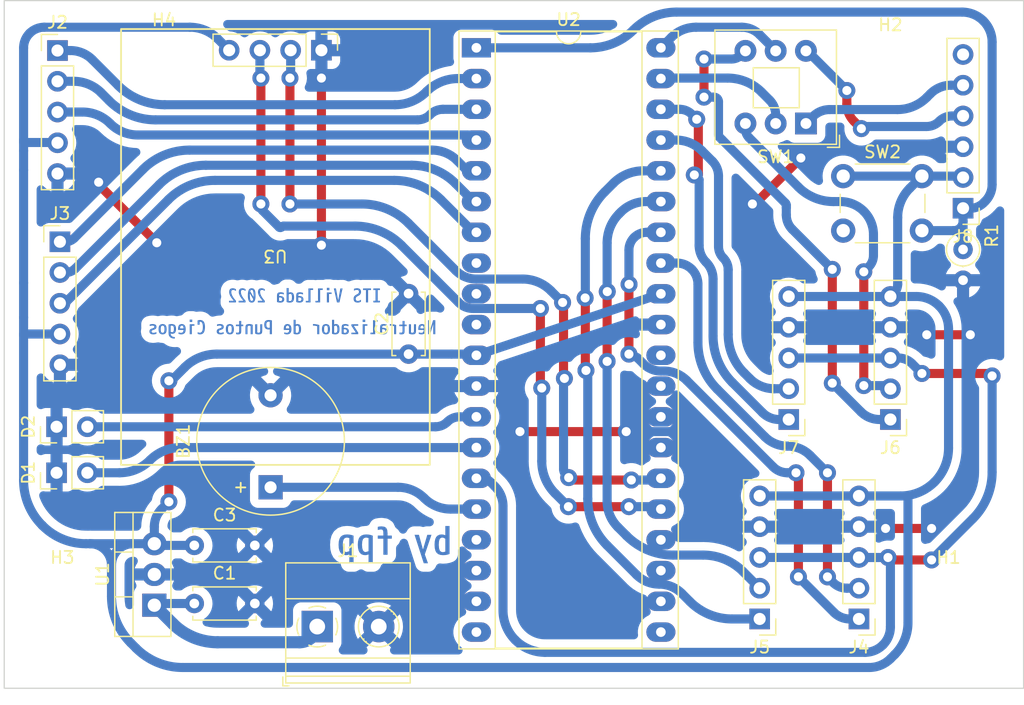
<source format=kicad_pcb>
(kicad_pcb (version 20211014) (generator pcbnew)
  (layers (0 "F.Cu" signal) (31 "B.Cu" signal) (34 "B.Paste" user) (35 "F.Paste" user) (36 "B.SilkS" user "B.Silkscreen") (37 "F.SilkS" user "F.Silkscreen") (38 "B.Mask" user) (39 "F.Mask" user) (44 "Edge.Cuts" user))
  (net 0 "")
  (net 1 "Net-(BZ1-Pad1)")
  (net 2 "GND")
  (net 3 "+12V")
  (net 4 "+5V")
  (net 5 "Net-(D1-Pad2)")
  (net 6 "Net-(D2-Pad2)")
  (net 7 "Net-(J2-Pad2)")
  (net 8 "Net-(J3-Pad3)")
  (net 9 "Net-(J4-Pad1)")
  (net 10 "Net-(J4-Pad2)")
  (net 11 "TRIG")
  (net 12 "Net-(J5-Pad1)")
  (net 13 "Net-(J5-Pad2)")
  (net 14 "Net-(J6-Pad1)")
  (net 15 "Net-(J6-Pad2)")
  (net 16 "Net-(J7-Pad1)")
  (net 17 "Net-(J7-Pad2)")
  (net 18 "Net-(J8-Pad1)")
  (net 19 "Net-(J8-Pad4)")
  (net 20 "Net-(J2-Pad1)")
  (net 21 "Net-(SW1-Pad2)")
  (net 22 "Net-(SW1-Pad5)")
  (net 25 "Net-(U2-Pad25)")
  (net 26 "Net-(U2-Pad26)")
  (net 27 "Net-(J2-Pad3)")
  (net 28 "Net-(J3-Pad1)")
  (net 29 "Net-(J3-Pad2)")
  (net 30 "Net-(SW1-Pad1)")
  (footprint "Connector_PinHeader_2.54mm:PinHeader_1x02_P2.54mm_Vertical" (layer "F.Cu") (at 20.925 54.665 90)
    (fp_text reference "D1")
    (fp_text value "LED_RI")
  )
  (footprint "aaa:uBlox-NEO-6M_Breakout" (layer "F.Cu") (at 39 36.265 180)
    (fp_text reference "U3")
    (fp_text value "uBlox_NEO-6M_Breakout")
  )
  (footprint "MountingHole:MountingHole_3.2mm_M3" (layer "F.Cu") (at 21.4 65.865)
    (fp_text reference "H3")
    (fp_text value "MountingHole")
  )
  (footprint "Connector_PinHeader_2.54mm:PinHeader_1x05_P2.54mm_Vertical" (layer "F.Cu") (at 21 19.79)
    (fp_text reference "J2")
    (fp_text value "Conn_01x05")
  )
  (footprint "Connector_PinHeader_2.54mm:PinHeader_1x05_P2.54mm_Vertical" (layer "F.Cu") (at 81.4 50.265 180)
    (fp_text reference "J7")
    (fp_text value "US_LD")
  )
  (footprint "Package_TO_SOT_THT:TO-220-3_Vertical" (layer "F.Cu") (at 29 65.605 90)
    (fp_text reference "U1")
    (fp_text value "LM7805_TO220")
  )
  (footprint "MountingHole:MountingHole_3.2mm_M3" (layer "F.Cu") (at 94.6 65.865)
    (fp_text reference "H1")
    (fp_text value "MountingHole")
  )
  (footprint "Capacitor_THT:C_Disc_D5.0mm_W2.5mm_P5.00mm" (layer "F.Cu") (at 32.3 65.465)
    (fp_text reference "C1")
    (fp_text value "330")
  )
  (footprint "Resistor_THT:R_Axial_DIN0207_L6.3mm_D2.5mm_P2.54mm_Vertical" (layer "F.Cu") (at 95.8 36.22 -90)
    (fp_text reference "R1")
    (fp_text value "10k")
  )
  (footprint "MountingHole:MountingHole_3.2mm_M3" (layer "F.Cu") (at 89.8 21.865)
    (fp_text reference "H2")
    (fp_text value "MountingHole")
  )
  (footprint "Connector_PinHeader_2.54mm:PinHeader_1x06_P2.54mm_Vertical" (layer "F.Cu") (at 95.8 32.815 180)
    (fp_text reference "J8")
    (fp_text value "ICSP")
  )
  (footprint "Button_Switch_THT:SW_Push_2P2T_Toggle_CK_PVA2OAH5xxxxxxV2" (layer "F.Cu") (at 82.8225 25.815 180)
    (fp_text reference "SW1")
    (fp_text value "PROG_MODE")
  )
  (footprint "Connector_PinHeader_2.54mm:PinHeader_1x05_P2.54mm_Vertical" (layer "F.Cu") (at 89.8 50.265 180)
    (fp_text reference "J6")
    (fp_text value "US_LI")
  )
  (footprint "Connector_PinHeader_2.54mm:PinHeader_1x05_P2.54mm_Vertical" (layer "F.Cu") (at 21.2 35.585)
    (fp_text reference "J3")
    (fp_text value "Conn_01x05")
  )
  (footprint "TerminalBlock_Phoenix:TerminalBlock_Phoenix_MKDS-1,5-2-5.08_1x02_P5.08mm_Horizontal" (layer "F.Cu") (at 42.455 67.37)
    (fp_text reference "J1")
    (fp_text value "12V_IN")
  )
  (footprint "Capacitor_THT:C_Disc_D5.0mm_W2.5mm_P5.00mm" (layer "F.Cu") (at 50 44.865 90)
    (fp_text reference "C2")
    (fp_text value "100")
  )
  (footprint "Button_Switch_THT:SW_PUSH_6mm_H7.3mm" (layer "F.Cu") (at 85.9 30.165)
    (fp_text reference "SW2")
    (fp_text value "RESET")
  )
  (footprint "Capacitor_THT:C_Disc_D5.0mm_W2.5mm_P5.00mm" (layer "F.Cu") (at 32.3 60.665)
    (fp_text reference "C3")
    (fp_text value "100n")
  )
  (footprint "Package_DIP:DIP-40_W15.24mm_Socket_LongPads" (layer "F.Cu") (at 55.6 19.565)
    (fp_text reference "U2")
    (fp_text value "PIC16F1519-IP")
  )
  (footprint "Connector_PinHeader_2.54mm:PinHeader_1x05_P2.54mm_Vertical" (layer "F.Cu") (at 79 66.74 180)
    (fp_text reference "J5")
    (fp_text value "US_T")
  )
  (footprint "Connector_PinHeader_2.54mm:PinHeader_1x05_P2.54mm_Vertical" (layer "F.Cu") (at 87.2 66.74 180)
    (fp_text reference "J4")
    (fp_text value "US_F")
  )
  (footprint "MountingHole:MountingHole_3.2mm_M3" (layer "F.Cu") (at 29.8 21.465)
    (fp_text reference "H4")
    (fp_text value "MountingHole")
  )
  (footprint "Buzzer_Beeper:Buzzer_12x9.5RM7.6" (layer "F.Cu") (at 38.6 55.865 90)
    (fp_text reference "BZ1")
    (fp_text value "Buzzer")
  )
  (footprint "Connector_PinHeader_2.54mm:PinHeader_1x02_P2.54mm_Vertical" (layer "F.Cu") (at 20.925 50.865 90)
    (fp_text reference "D2")
    (fp_text value "LED_RD")
  )
  (footprint "kibuzzard-636CFA59" (layer "B.Cu") (at 40.4 42.8 180)
    (fp_text reference "kibuzzard-636CFA59" hide)
    (fp_text value "G***" hide)
  )
  (footprint "kibuzzard-636CFAAE" (layer "B.Cu") (at 48.8 60.6 180)
    (fp_text reference "kibuzzard-636CFAAE" hide)
    (fp_text value "G***" hide)
  )
  (footprint "kibuzzard-636CFA96" (layer "B.Cu") (at 41.4 40 180)
    (fp_text reference "kibuzzard-636CFA96" hide)
    (fp_text value "G***" hide)
  )
  (gr_rect (start 100.8 15.665) (end 16.6 72.465) (layer "Edge.Cuts") (width 0.1) (fill none))
  (segment (start 49.127207 55.865) (end 38.6 55.865) (width 0.75) (layer "B.Cu") (net 1))
  (segment (start 53.472792 57.665) (end 55.6 57.665) (width 0.75) (layer "B.Cu") (net 1))
  (arc (start 51.3 56.765) (mid 50.303114 56.098902) (end 49.127207 55.865) (width 0.75) (layer "B.Cu") (net 1))
  (arc (start 51.3 56.765) (mid 52.296885 57.431097) (end 53.472792 57.665) (width 0.75) (layer "B.Cu") (net 1))
  (segment (start 24.4 30.665) (end 24.4 30.765) (width 0.75) (layer "F.Cu") (net 2))
  (segment (start 82.4 28.665) (end 78.67071 32.394289) (width 0.75) (layer "F.Cu") (net 2))
  (segment (start 89.4 59.265) (end 93.2 59.265) (width 0.75) (layer "F.Cu") (net 2))
  (segment (start 29.2 35.665) (end 24.47071 30.93571) (width 0.75) (layer "F.Cu") (net 2))
  (segment (start 42.8 22.065) (end 42.8 35.865) (width 0.75) (layer "F.Cu") (net 2))
  (segment (start 59.2 51.265) (end 67.9745 51.265) (width 0.75) (layer "F.Cu") (net 2))
  (segment (start 96.4 43.265) (end 92.8 43.265) (width 0.75) (layer "F.Cu") (net 2))
  (segment (start 78.5 32.465) (end 78.4 32.465) (width 0.75) (layer "F.Cu") (net 2))
  (via (at 92.8 43.265) (size 1.4) (drill 0.75) (layers "F.Cu" "B.Cu") (net 2))
  (via (at 82.4 28.665) (size 1.4) (drill 0.75) (layers "F.Cu" "B.Cu") (net 2))
  (via (at 59.2 51.265) (size 1.4) (drill 0.75) (layers "F.Cu" "B.Cu") (net 2))
  (via (at 42.8 22.065) (size 1.4) (drill 0.75) (layers "F.Cu" "B.Cu") (net 2))
  (via (at 24.4 30.665) (size 1.4) (drill 0.75) (layers "F.Cu" "B.Cu") (net 2))
  (via (at 89.4 59.265) (size 1.4) (drill 0.75) (layers "F.Cu" "B.Cu") (net 2))
  (via (at 96.4 43.265) (size 1.4) (drill 0.75) (layers "F.Cu" "B.Cu") (net 2))
  (via (at 93.2 59.265) (size 1.4) (drill 0.75) (layers "F.Cu" "B.Cu") (net 2))
  (via (at 42.8 35.865) (size 1.4) (drill 0.75) (layers "F.Cu" "B.Cu") (net 2))
  (via (at 67.9745 51.265) (size 1.4) (drill 0.75) (layers "F.Cu" "B.Cu") (net 2))
  (via (at 29.2 35.665) (size 1.4) (drill 0.75) (layers "F.Cu" "B.Cu") (net 2))
  (via (at 78.4 32.465) (size 1.4) (drill 0.75) (layers "F.Cu" "B.Cu") (net 2))
  (arc (start 24.4 30.765) (mid 24.418376 30.857387) (end 24.47071 30.93571) (width 0.75) (layer "F.Cu") (net 2))
  (arc (start 78.67071 32.394289) (mid 78.592387 32.446622) (end 78.5 32.465) (width 0.75) (layer "F.Cu") (net 2))
  (segment (start 79.074999 59.245) (end 79 59.170001) (width 0.75) (layer "B.Cu") (net 2))
  (segment (start 67.9745 51.265) (end 72.4 51.265) (width 0.75) (layer "B.Cu") (net 2))
  (segment (start 42.8 22.065) (end 42.8 19.765) (width 0.75) (layer "B.Cu") (net 2))
  (segment (start 34.223746 68.665) (end 40.995423 68.665) (width 1) (layer "B.Cu") (net 3))
  (segment (start 42.455 67.59) (end 42.455 67.37) (width 1) (layer "B.Cu") (net 3))
  (segment (start 29.238994 65.465) (end 32.3 65.465) (width 0.75) (layer "B.Cu") (net 3))
  (segment (start 42.027499 68.237499) (end 42.299436 67.965563) (width 1) (layer "B.Cu") (net 3))
  (segment (start 30.53 67.135) (end 29.07 65.675) (width 1) (layer "B.Cu") (net 3))
  (arc (start 42.027499 68.237499) (mid 41.553978 68.553896) (end 40.995423 68.665) (width 1) (layer "B.Cu") (net 3))
  (arc (start 30.53 67.135) (mid 32.224705 68.267365) (end 34.223746 68.665) (width 1) (layer "B.Cu") (net 3))
  (arc (start 29.07 65.535) (mid 29.041005 65.605) (end 29.07 65.675) (width 0.75) (layer "B.Cu") (net 3))
  (arc (start 29.238994 65.465) (mid 29.147535 65.483192) (end 29.07 65.535) (width 0.75) (layer "B.Cu") (net 3))
  (arc (start 42.455 67.59) (mid 42.41457 67.793253) (end 42.299436 67.965563) (width 1) (layer "B.Cu") (net 3))
  (segment (start 30.2 47.065) (end 30.2 57.065) (width 0.75) (layer "F.Cu") (net 4))
  (via (at 30.2 57.065) (size 1.4) (drill 0.75) (layers "F.Cu" "B.Cu") (net 4))
  (via (at 30.2 47.065) (size 1.4) (drill 0.75) (layers "F.Cu" "B.Cu") (net 4))
  (segment (start 19.907106 17.865) (end 31.936497 17.865) (width 0.75) (layer "B.Cu") (net 4))
  (segment (start 18.302426 43.205) (end 21.2 43.205) (width 0.75) (layer "B.Cu") (net 4))
  (segment (start 18.2 29.665) (end 18.2 38.9825) (width 0.75) (layer "B.Cu") (net 4))
  (segment (start 18.2 28.065) (end 18.2 27.349852) (width 0.75) (layer "B.Cu") (net 4))
  (segment (start 18.2 27.180147) (end 18.2 19.572106) (width 0.75) (layer "B.Cu") (net 4))
  (segment (start 87.2 56.58) (end 79 56.58) (width 0.75) (layer "B.Cu") (net 4))
  (segment (start 18.404852 27.385) (end 21 27.385) (width 0.75) (layer "B.Cu") (net 4))
  (segment (start 18.2 43.307426) (end 18.2 55.301253) (width 0.75) (layer "B.Cu") (net 4))
  (segment (start 90.4 33.579213) (end 90.4 39.080735) (width 0.75) (layer "B.Cu") (net 4))
  (segment (start 90.142885 69.68988) (end 89.81804 70.014726) (width 0.75) (layer "B.Cu") (net 4))
  (segment (start 53.55 44.865) (end 55.429289 44.865) (width 0.75) (layer "B.Cu") (net 4))
  (segment (start 90.166623 69.666143) (end 90.142885 69.68988) (width 0.75) (layer "B.Cu") (net 4))
  (segment (start 92.4 30.165) (end 95.612218 30.165) (width 0.75) (layer "B.Cu") (net 4))
  (segment (start 94.6 42.768086) (end 94.6 52.628047) (width 0.75) (layer "B.Cu") (net 4))
  (segment (start 90.224264 40.105) (end 89.375735 40.105) (width 0.75) (layer "B.Cu") (net 4))
  (segment (start 89.375735 40.105) (end 81.4 40.105) (width 0.75) (layer "B.Cu") (net 4))
  (segment (start 34.155634 44.865) (end 49.65 44.865) (width 0.75) (layer "B.Cu") (net 4))
  (segment (start 23.69 60.525) (end 27.23 60.525) (width 0.75) (layer "B.Cu") (net 4))
  (segment (start 91.4 31.165) (end 92.4 30.165) (width 0.75) (layer "B.Cu") (net 4))
  (segment (start 31.499999 45.964999) (end 30.47071 46.994289) (width 0.75) (layer "B.Cu") (net 4))
  (segment (start 34.23 18.815) (end 35.18 19.765) (width 0.75) (layer "B.Cu") (net 4))
  (segment (start 30.2 47.065) (end 30.3 47.065) (width 0.75) (layer "B.Cu") (net 4))
  (segment (start 29.238994 60.665) (end 32.3 60.665) (width 0.75) (layer "B.Cu") (net 4))
  (segment (start 25.46 62.295) (end 25.46 64.871036) (width 0.75) (layer "B.Cu") (net 4))
  (segment (start 91.24952 67.051798) (end 91.24952 56.665) (width 0.75) (layer "B.Cu") (net 4))
  (segment (start 18.2 27.349852) (end 18.2 27.180147) (width 0.75) (layer "B.Cu") (net 4))
  (segment (start 90.648047 56.58) (end 87.2 56.58) (width 0.75) (layer "B.Cu") (net 4))
  (segment (start 92.4 30.165) (end 85.9 30.165) (width 0.75) (layer "B.Cu") (net 4))
  (segment (start 29.6 57.665) (end 30.2 57.065) (width 0.75) (layer "B.Cu") (net 4))
  (segment (start 19.775075 59.040075) (end 19.73 58.995) (width 0.75) (layer "B.Cu") (net 4))
  (segment (start 27.23 60.525) (end 28.901005 60.525) (width 0.75) (layer "B.Cu") (net 4))
  (segment (start 29 59.113528) (end 29 60.426005) (width 0.75) (layer "B.Cu") (net 4))
  (segment (start 18.2 38.9825) (end 18.2 41.8375) (width 0.75) (layer "B.Cu") (net 4))
  (segment (start 18.2 43.222573) (end 18.2 41.8375) (width 0.75) (layer "B.Cu") (net 4))
  (segment (start 90.224264 40.105) (end 91.936913 40.105) (width 0.75) (layer "B.Cu") (net 4))
  (segment (start 53.55 44.865) (end 49.65 44.865) (width 0.75) (layer "B.Cu") (net 4))
  (segment (start 23.69 60.525) (end 23.36 60.525) (width 0.75) (layer "B.Cu") (net 4))
  (segment (start 27.490247 69.155247) (end 27.053792 68.718792) (width 0.75) (layer "B.Cu") (net 4))
  (segment (start 88.04525 70.74904) (end 31.338003 70.74904) (width 0.75) (layer "B.Cu") (net 4))
  (segment (start 18.2 43.307426) (end 18.2 43.222573) (width 0.75) (layer "B.Cu") (net 4))
  (segment (start 55.667082 44.942639) (end 70.84 39.885) (width 0.75) (layer "B.Cu") (net 4))
  (segment (start 95.745 30.22) (end 95.8 30.275) (width 0.75) (layer "B.Cu") (net 4))
  (segment (start 18.2 28.065) (end 18.2 29.665) (width 0.75) (layer "B.Cu") (net 4))
  (arc (start 25.46 62.295) (mid 24.941579 61.04342) (end 23.69 60.525) (width 0.75) (layer "B.Cu") (net 4))
  (arc (start 29 60.426005) (mid 29.018192 60.517464) (end 29.07 60.595) (width 0.75) (layer "B.Cu") (net 4))
  (arc (start 25.46 64.871036) (mid 25.874213 66.953426) (end 27.053792 68.718792) (width 0.75) (layer "B.Cu") (net 4))
  (arc (start 18.2 55.301253) (mid 18.597634 57.300294) (end 19.73 58.995) (width 0.75) (layer "B.Cu") (net 4))
  (arc (start 18.26 27.325) (mid 18.221696 27.31738) (end 18.2 27.349852) (width 0.75) (layer "B.Cu") (net 4))
  (arc (start 29.07 60.595) (mid 28.992464 60.543192) (end 28.901005 60.525) (width 0.75) (layer "B.Cu") (net 4))
  (arc (start 18.23 43.235) (mid 18.207796 43.268229) (end 18.2 43.307426) (width 0.75) (layer "B.Cu") (net 4))
  (arc (start 55.55 44.915) (mid 55.604615 44.945449) (end 55.667082 44.942639) (width 0.75) (layer "B.Cu") (net 4))
  (arc (start 18.2 27.180147) (mid 18.215593 27.25854) (end 18.26 27.325) (width 0.75) (layer "B.Cu") (net 4))
  (arc (start 93.4425 55.4225) (mid 92.160394 56.279175) (end 90.648047 56.58) (width 0.75) (layer "B.Cu") (net 4))
  (arc (start 28.901005 60.525) (mid 28.971005 60.496005) (end 29 60.426005) (width 0.75) (layer "B.Cu") (net 4))
  (arc (start 91.24952 67.051798) (mid 90.968084 68.466671) (end 90.166623 69.666143) (width 0.75) (layer "B.Cu") (net 4))
  (arc (start 89.81804 70.014726) (mid 89.004677 70.558198) (end 88.04525 70.74904) (width 0.75) (layer "B.Cu") (net 4))
  (arc (start 18.26 27.325) (mid 18.326458 27.369406) (end 18.404852 27.385) (width 0.75) (layer "B.Cu") (net 4))
  (arc (start 93.82 40.885) (mid 94.397284 41.748967) (end 94.6 42.768086) (width 0.75) (layer "B.Cu") (net 4))
  (arc (start 29.07 60.595) (mid 29.147535 60.646807) (end 29.238994 60.665) (width 0.75) (layer "B.Cu") (net 4))
  (arc (start 29.6 57.665) (mid 29.155934 58.32959) (end 29 59.113528) (width 0.75) (layer "B.Cu") (net 4))
  (arc (start 34.23 18.815) (mid 33.177731 18.111896) (end 31.936497 17.865) (width 0.75) (layer "B.Cu") (net 4))
  (arc (start 55.55 44.915) (mid 55.494617 44.877994) (end 55.429289 44.865) (width 0.75) (layer "B.Cu") (net 4))
  (arc (start 19.775075 59.040075) (mid 21.419852 60.13908) (end 23.36 60.525) (width 0.75) (layer "B.Cu") (net 4))
  (arc (start 34.155634 44.865) (mid 32.718415 45.15088) (end 31.499999 45.964999) (width 0.75) (layer "B.Cu") (net 4))
  (arc (start 18.302426 43.205) (mid 18.263229 43.212796) (end 18.23 43.235) (width 0.75) (layer "B.Cu") (net 4))
  (arc (start 91.4 31.165) (mid 90.659891 32.27265) (end 90.4 33.579213) (width 0.75) (layer "B.Cu") (net 4))
  (arc (start 27.490247 69.155247) (mid 29.255612 70.334826) (end 31.338003 70.74904) (width 0.75) (layer "B.Cu") (net 4))
  (arc (start 94.6 52.628047) (mid 94.299175 54.140394) (end 93.4425 55.4225) (width 0.75) (layer "B.Cu") (net 4))
  (arc (start 19.907106 17.865) (mid 19.253825 17.994945) (end 18.7 18.365) (width 0.75) (layer "B.Cu") (net 4))
  (arc (start 90.4 39.080735) (mid 90.322032 39.472704) (end 90.1 39.805) (width 0.75) (layer "B.Cu") (net 4))
  (arc (start 27.23 60.525) (mid 25.97842 61.04342) (end 25.46 62.295) (width 0.75) (layer "B.Cu") (net 4))
  (arc (start 95.745 30.22) (mid 95.684079 30.179294) (end 95.612218 30.165) (width 0.75) (layer "B.Cu") (net 4))
  (arc (start 90.1 39.805) (mid 90.061905 39.996515) (end 90.224264 40.105) (width 0.75) (layer "B.Cu") (net 4))
  (arc (start 93.82 40.885) (mid 92.956032 40.307715) (end 91.936913 40.105) (width 0.75) (layer "B.Cu") (net 4))
  (arc (start 18.7 18.365) (mid 18.329945 18.918825) (end 18.2 19.572106) (width 0.75) (layer "B.Cu") (net 4))
  (arc (start 89.375735 40.105) (mid 89.767704 40.027032) (end 90.1 39.805) (width 0.75) (layer "B.Cu") (net 4))
  (arc (start 30.47071 46.994289) (mid 30.392387 47.046622) (end 30.3 47.065) (width 0.75) (layer "B.Cu") (net 4))
  (arc (start 18.2 43.222573) (mid 18.210848 43.238809) (end 18.23 43.235) (width 0.75) (layer "B.Cu") (net 4))
  (segment (start 26.129217 54.665) (end 23.465 54.665) (width 0.75) (layer "B.Cu") (net 5))
  (segment (start 31.150782 52.585) (end 55.6 52.585) (width 0.75) (layer "B.Cu") (net 5))
  (arc (start 28.64 53.625) (mid 27.488043 54.394712) (end 26.129217 54.665) (width 0.75) (layer "B.Cu") (net 5))
  (arc (start 31.150782 52.585) (mid 29.791956 52.855287) (end 28.64 53.625) (width 0.75) (layer "B.Cu") (net 5))
  (segment (start 54.199827 50.045) (end 55.6 50.045) (width 0.75) (layer "B.Cu") (net 6))
  (segment (start 52.220172 50.865) (end 23.465 50.865) (width 0.75) (layer "B.Cu") (net 6))
  (arc (start 53.21 50.455) (mid 52.755863 50.758444) (end 52.220172 50.865) (width 0.75) (layer "B.Cu") (net 6))
  (arc (start 54.199827 50.045) (mid 53.664136 50.151555) (end 53.21 50.455) (width 0.75) (layer "B.Cu") (net 6))
  (segment (start 22.3325 22.33) (end 21 22.33) (width 0.75) (layer "B.Cu") (net 7))
  (segment (start 52.835182 24.645) (end 55.6 24.645) (width 0.75) (layer "B.Cu") (net 7))
  (segment (start 25.2575 23.9225) (end 24.607219 23.272219) (width 0.75) (layer "B.Cu") (net 7))
  (segment (start 50.734817 25.515) (end 29.102135 25.515) (width 0.75) (layer "B.Cu") (net 7))
  (arc (start 51.785 25.08) (mid 51.303171 25.401947) (end 50.734817 25.515) (width 0.75) (layer "B.Cu") (net 7))
  (arc (start 52.835182 24.645) (mid 52.266827 24.758052) (end 51.785 25.08) (width 0.75) (layer "B.Cu") (net 7))
  (arc (start 24.607219 23.272219) (mid 23.563569 22.574874) (end 22.3325 22.33) (width 0.75) (layer "B.Cu") (net 7))
  (arc (start 25.2575 23.9225) (mid 27.021433 25.101122) (end 29.102135 25.515) (width 0.75) (layer "B.Cu") (net 7))
  (segment (start 21.4 40.665) (end 21.2 40.665) (width 0.75) (layer "B.Cu") (net 8))
  (segment (start 48.827228 30.515) (end 34.003963 30.515) (width 0.75) (layer "B.Cu") (net 8))
  (segment (start 55.485596 34.805) (end 55.6 34.805) (width 0.75) (layer "B.Cu") (net 8))
  (segment (start 52.674984 32.108792) (end 55.290296 34.724104) (width 0.75) (layer "B.Cu") (net 8))
  (segment (start 21.741421 40.523578) (end 30.156207 32.108792) (width 0.75) (layer "B.Cu") (net 8))
  (arc (start 55.290296 34.724104) (mid 55.3799 34.783975) (end 55.485596 34.805) (width 0.75) (layer "B.Cu") (net 8))
  (arc (start 21.741421 40.523578) (mid 21.584775 40.628245) (end 21.4 40.665) (width 0.75) (layer "B.Cu") (net 8))
  (arc (start 34.003963 30.515) (mid 31.921572 30.929213) (end 30.156207 32.108792) (width 0.75) (layer "B.Cu") (net 8))
  (arc (start 52.674984 32.108792) (mid 50.909618 30.929213) (end 48.827228 30.515) (width 0.75) (layer "B.Cu") (net 8))
  (segment (start 82.2 55.006421) (end 82.2 63.265) (width 0.75) (layer "F.Cu") (net 9))
  (segment (start 82.1 54.765) (end 82 54.665) (width 0.75) (layer "F.Cu") (net 9))
  (segment (start 68.206049 39.107346) (end 68.212098 39.101297) (width 0.75) (layer "F.Cu") (net 9))
  (segment (start 68.2 44.865) (end 68.2 39.121949) (width 0.75) (layer "F.Cu") (net 9))
  (via (at 68.212098 39.101297) (size 1.4) (drill 0.75) (layers "F.Cu" "B.Cu") (net 9))
  (via (at 82.2 63.265) (size 1.4) (drill 0.75) (layers "F.Cu" "B.Cu") (net 9))
  (via (at 82 54.665) (size 1.4) (drill 0.75) (layers "F.Cu" "B.Cu") (net 9))
  (via (at 68.2 44.865) (size 1.4) (drill 0.75) (layers "F.Cu" "B.Cu") (net 9))
  (arc (start 82.1 54.765) (mid 82.17401 54.875764) (end 82.2 55.006421) (width 0.75) (layer "F.Cu") (net 9))
  (arc (start 68.206049 39.107346) (mid 68.201572 39.114046) (end 68.2 39.121949) (width 0.75) (layer "F.Cu") (net 9))
  (segment (start 69.668111 34.805) (end 70.84 34.805) (width 0.75) (layer "B.Cu") (net 9))
  (segment (start 80.105025 54.170025) (end 72.977817 47.042817) (width 0.75) (layer "B.Cu") (net 9))
  (segment (start 68.2 36.273111) (end 68.2 39.080644) (width 0.75) (layer "B.Cu") (net 9))
  (segment (start 86.4375 66.74) (end 87.2 66.74) (width 0.75) (layer "B.Cu") (net 9))
  (segment (start 68.941421 45.206421) (end 69.4 45.665) (width 0.75) (layer "B.Cu") (net 9))
  (segment (start 68.212098 39.101297) (end 68.206049 39.095248) (width 0.75) (layer "B.Cu") (net 9))
  (segment (start 85.135831 66.200831) (end 82.2 63.265) (width 0.75) (layer "B.Cu") (net 9))
  (segment (start 82 54.665) (end 81.3 54.665) (width 0.75) (layer "B.Cu") (net 9))
  (segment (start 70.848528 46.265) (end 71.1 46.265) (width 0.75) (layer "B.Cu") (net 9))
  (segment (start 68.3 44.965) (end 68.2 44.865) (width 0.75) (layer "B.Cu") (net 9))
  (segment (start 68.6 45.065) (end 68.541421 45.065) (width 0.75) (layer "B.Cu") (net 9))
  (arc (start 68.941421 45.206421) (mid 68.784775 45.101754) (end 68.6 45.065) (width 0.75) (layer "B.Cu") (net 9))
  (arc (start 68.3 44.965) (mid 68.410764 45.03901) (end 68.541421 45.065) (width 0.75) (layer "B.Cu") (net 9))
  (arc (start 69.668111 34.805) (mid 69.106289 34.916753) (end 68.63 35.235) (width 0.75) (layer "B.Cu") (net 9))
  (arc (start 72.977817 47.042817) (mid 72.116267 46.467148) (end 71.1 46.265) (width 0.75) (layer "B.Cu") (net 9))
  (arc (start 68.63 35.235) (mid 68.311753 35.711289) (end 68.2 36.273111) (width 0.75) (layer "B.Cu") (net 9))
  (arc (start 69.4 45.665) (mid 70.06459 46.109065) (end 70.848528 46.265) (width 0.75) (layer "B.Cu") (net 9))
  (arc (start 68.2 39.080644) (mid 68.201572 39.088547) (end 68.206049 39.095248) (width 0.75) (layer "B.Cu") (net 9))
  (arc (start 85.135831 66.200831) (mid 85.733041 66.599874) (end 86.4375 66.74) (width 0.75) (layer "B.Cu") (net 9))
  (arc (start 80.105025 54.170025) (mid 80.653284 54.53636) (end 81.3 54.665) (width 0.75) (layer "B.Cu") (net 9))
  (segment (start 84.6 54.665) (end 84.6 63.265) (width 0.75) (layer "F.Cu") (net 10))
  (via (at 84.6 63.265) (size 1.4) (drill 0.75) (layers "F.Cu" "B.Cu") (net 10))
  (via (at 84.6 54.665) (size 1.4) (drill 0.75) (layers "F.Cu" "B.Cu") (net 10))
  (segment (start 85.0675 63.7325) (end 84.6 63.265) (width 0.75) (layer "B.Cu") (net 10))
  (segment (start 86.196144 64.2) (end 87.2 64.2) (width 0.75) (layer "B.Cu") (net 10))
  (segment (start 72.158411 37.345) (end 70.84 37.345) (width 0.75) (layer "B.Cu") (net 10))
  (segment (start 84.6 54.665) (end 83.177817 53.242817) (width 0.75) (layer "B.Cu") (net 10))
  (segment (start 73.90048 43.911516) (end 73.90048 39.087068) (width 0.75) (layer "B.Cu") (net 10))
  (segment (start 75.494272 47.759272) (end 79.422182 51.687182) (width 0.75) (layer "B.Cu") (net 10))
  (arc (start 73.39024 37.85524) (mid 73.767872 38.420407) (end 73.90048 39.087068) (width 0.75) (layer "B.Cu") (net 10))
  (arc (start 73.90048 43.911516) (mid 74.314693 45.993906) (end 75.494272 47.759272) (width 0.75) (layer "B.Cu") (net 10))
  (arc (start 83.177817 53.242817) (mid 82.316267 52.667148) (end 81.3 52.465) (width 0.75) (layer "B.Cu") (net 10))
  (arc (start 79.422182 51.687182) (mid 80.283732 52.262851) (end 81.3 52.465) (width 0.75) (layer "B.Cu") (net 10))
  (arc (start 73.39024 37.85524) (mid 72.825072 37.477607) (end 72.158411 37.345) (width 0.75) (layer "B.Cu") (net 10))
  (arc (start 85.0675 63.7325) (mid 85.585326 64.0785) (end 86.196144 64.2) (width 0.75) (layer "B.Cu") (net 10))
  (segment (start 98.2 46.665) (end 98.1 46.565) (width 0.75) (layer "F.Cu") (net 11))
  (segment (start 89.941421 61.865) (end 93.2 61.865) (width 0.75) (layer "F.Cu") (net 11))
  (segment (start 92.4 46.465) (end 97.858578 46.465) (width 0.75) (layer "F.Cu") (net 11))
  (segment (start 89.7 61.765) (end 89.6 61.665) (width 0.75) (layer "F.Cu") (net 11))
  (via (at 93.2 61.865) (size 1.4) (drill 0.75) (layers "F.Cu" "B.Cu") (net 11))
  (via (at 98.2 46.665) (size 1.4) (drill 0.75) (layers "F.Cu" "B.Cu") (net 11))
  (via (at 92.4 46.465) (size 1.4) (drill 0.75) (layers "F.Cu" "B.Cu") (net 11))
  (via (at 89.6 61.665) (size 1.4) (drill 0.75) (layers "F.Cu" "B.Cu") (net 11))
  (arc (start 98.1 46.565) (mid 97.989234 46.490989) (end 97.858578 46.465) (width 0.75) (layer "F.Cu") (net 11))
  (arc (start 89.7 61.765) (mid 89.810764 61.83901) (end 89.941421 61.865) (width 0.75) (layer "F.Cu") (net 11))
  (segment (start 57.13 55.795) (end 56.764055 55.429055) (width 0.75) (layer "B.Cu") (net 11))
  (segment (start 89.6 61.665) (end 87.208535 61.665) (width 0.75) (layer "B.Cu") (net 11))
  (segment (start 56.03 55.125) (end 55.6 55.125) (width 0.75) (layer "B.Cu") (net 11))
  (segment (start 89.8 62.006421) (end 89.8 67.392034) (width 0.75) (layer "B.Cu") (net 11))
  (segment (start 87.196464 61.66) (end 79 61.66) (width 0.75) (layer "B.Cu") (net 11))
  (segment (start 57.8 66.026377) (end 57.8 57.412523) (width 0.75) (layer "B.Cu") (net 11))
  (segment (start 79.004761 61.70524) (end 79.045001 61.665) (width 0.75) (layer "B.Cu") (net 11))
  (segment (start 89.7 61.765) (end 89.6 61.665) (width 0.75) (layer "B.Cu") (net 11))
  (segment (start 92.4 46.465) (end 91.58669 45.65169) (width 0.75) (layer "B.Cu") (net 11))
  (segment (start 98.2 54.611036) (end 98.2 46.665) (width 0.75) (layer "B.Cu") (net 11))
  (segment (start 61.273142 69.49952) (end 87.692542 69.49952) (width 0.75) (layer "B.Cu") (net 11))
  (segment (start 89.14 45.185) (end 81.4 45.185) (width 0.75) (layer "B.Cu") (net 11))
  (segment (start 96.606207 58.458792) (end 93.2 61.865) (width 0.75) (layer "B.Cu") (net 11))
  (segment (start 89.6 61.665) (end 87.28 61.665) (width 0.75) (layer "B.Cu") (net 11))
  (segment (start 78.995239 61.70524) (end 78.990478 61.700479) (width 0.75) (layer "B.Cu") (net 11))
  (segment (start 90.46 45.185) (end 89.14 45.185) (width 0.75) (layer "B.Cu") (net 11))
  (arc (start 89.7 61.765) (mid 89.77401 61.875764) (end 89.8 62.006421) (width 0.75) (layer "B.Cu") (net 11))
  (arc (start 56.764055 55.429055) (mid 56.427267 55.204021) (end 56.03 55.125) (width 0.75) (layer "B.Cu") (net 11))
  (arc (start 87.2025 61.6625) (mid 87.19973 61.660649) (end 87.196464 61.66) (width 0.75) (layer "B.Cu") (net 11))
  (arc (start 98.2 54.611036) (mid 97.785786 56.693426) (end 96.606207 58.458792) (width 0.75) (layer "B.Cu") (net 11))
  (arc (start 57.8 66.026377) (mid 58.064377 67.355491) (end 58.81726 68.48226) (width 0.75) (layer "B.Cu") (net 11))
  (arc (start 91.58669 45.65169) (mid 91.06976 45.306288) (end 90.46 45.185) (width 0.75) (layer "B.Cu") (net 11))
  (arc (start 78.995239 61.70524) (mid 79 61.707212) (end 79.004761 61.70524) (width 0.75) (layer "B.Cu") (net 11))
  (arc (start 87.2025 61.6625) (mid 87.205268 61.66435) (end 87.208535 61.665) (width 0.75) (layer "B.Cu") (net 11))
  (arc (start 57.13 55.795) (mid 57.625872 56.537125) (end 57.8 57.412523) (width 0.75) (layer "B.Cu") (net 11))
  (arc (start 89.8 67.392034) (mid 89.639585 68.198523) (end 89.18274 68.88226) (width 0.75) (layer "B.Cu") (net 11))
  (arc (start 89.18274 68.88226) (mid 88.499031 69.339099) (end 87.692542 69.49952) (width 0.75) (layer "B.Cu") (net 11))
  (arc (start 58.81726 68.48226) (mid 59.944028 69.235142) (end 61.273142 69.49952) (width 0.75) (layer "B.Cu") (net 11))
  (segment (start 64.65216 46.214169) (end 64.62608 46.188089) (width 0.75) (layer "F.Cu") (net 12))
  (segment (start 64.6 40.252593) (end 64.6 46.125126) (width 0.75) (layer "F.Cu") (net 12))
  (segment (start 64.592075 40.233461) (end 64.58415 40.225536) (width 0.75) (layer "F.Cu") (net 12))
  (via (at 64.58415 40.225536) (size 1.4) (drill 0.75) (layers "F.Cu" "B.Cu") (net 12))
  (via (at 64.65216 46.214169) (size 1.4) (drill 0.75) (layers "F.Cu" "B.Cu") (net 12))
  (arc (start 64.6 46.125126) (mid 64.606777 46.159201) (end 64.62608 46.188089) (width 0.75) (layer "F.Cu") (net 12))
  (arc (start 64.592075 40.233461) (mid 64.59794 40.242238) (end 64.6 40.252593) (width 0.75) (layer "F.Cu") (net 12))
  (segment (start 68.822182 63.087182) (end 66.393792 60.658792) (width 0.75) (layer "B.Cu") (net 12))
  (segment (start 64.8 46.466547) (end 64.8 56.811036) (width 0.75) (layer "B.Cu") (net 12))
  (segment (start 73.2375 65.3025) (end 72.577817 64.642817) (width 0.75) (layer "B.Cu") (net 12))
  (segment (start 76.707931 66.74) (end 79 66.74) (width 0.75) (layer "B.Cu") (net 12))
  (segment (start 64.592075 40.217611) (end 64.58415 40.225536) (width 0.75) (layer "B.Cu") (net 12))
  (segment (start 69.39 29.725) (end 70.84 29.725) (width 0.75) (layer "B.Cu") (net 12))
  (segment (start 64.6 35.318963) (end 64.6 40.198478) (width 0.75) (layer "B.Cu") (net 12))
  (segment (start 64.65216 46.214169) (end 64.72608 46.288089) (width 0.75) (layer "B.Cu") (net 12))
  (segment (start 66.193792 31.471206) (end 66.914695 30.750304) (width 0.75) (layer "B.Cu") (net 12))
  (arc (start 68.822182 63.087182) (mid 69.683732 63.662851) (end 70.7 63.865) (width 0.75) (layer "B.Cu") (net 12))
  (arc (start 64.72608 46.288089) (mid 64.780788 46.369966) (end 64.8 46.466547) (width 0.75) (layer "B.Cu") (net 12))
  (arc (start 72.577817 64.642817) (mid 71.716267 64.067148) (end 70.7 63.865) (width 0.75) (layer "B.Cu") (net 12))
  (arc (start 64.6 40.198478) (mid 64.59794 40.208832) (end 64.592075 40.217611) (width 0.75) (layer "B.Cu") (net 12))
  (arc (start 66.193792 31.471206) (mid 65.014213 33.236572) (end 64.6 35.318963) (width 0.75) (layer "B.Cu") (net 12))
  (arc (start 64.8 56.811036) (mid 65.214213 58.893426) (end 66.393792 60.658792) (width 0.75) (layer "B.Cu") (net 12))
  (arc (start 73.2375 65.3025) (mid 74.829747 66.366405) (end 76.707931 66.74) (width 0.75) (layer "B.Cu") (net 12))
  (arc (start 69.39 29.725) (mid 68.050374 29.991467) (end 66.914695 30.750304) (width 0.75) (layer "B.Cu") (net 12))
  (segment (start 66.405036 39.70701) (end 66.410072 39.701974) (width 0.75) (layer "F.Cu") (net 13))
  (segment (start 66.4 39.719167) (end 66.4 45.462217) (width 0.75) (layer "F.Cu") (net 13))
  (segment (start 66.397974 45.465676) (end 66.398987 45.464663) (width 0.75) (layer "F.Cu") (net 13))
  (via (at 66.410072 39.701974) (size 1.4) (drill 0.75) (layers "F.Cu" "B.Cu") (net 13))
  (via (at 66.397974 45.465676) (size 1.4) (drill 0.75) (layers "F.Cu" "B.Cu") (net 13))
  (arc (start 66.405036 39.70701) (mid 66.401308 39.712587) (end 66.4 39.719167) (width 0.75) (layer "F.Cu") (net 13))
  (arc (start 66.4 45.462217) (mid 66.399736 45.46354) (end 66.398987 45.464663) (width 0.75) (layer "F.Cu") (net 13))
  (segment (start 69.62 32.265) (end 70.84 32.265) (width 0.75) (layer "B.Cu") (net 13))
  (segment (start 67.399999 33.264999) (end 67.537329 33.12767) (width 0.75) (layer "B.Cu") (net 13))
  (segment (start 67.993792 59.858792) (end 67.282243 59.147242) (width 0.75) (layer "B.Cu") (net 13))
  (segment (start 66.398987 45.466689) (end 66.397974 45.465676) (width 0.75) (layer "B.Cu") (net 13))
  (segment (start 68.006207 59.871207) (end 67.993792 59.858792) (width 0.75) (layer "B.Cu") (net 13))
  (segment (start 71.853963 61.465) (end 74.331062 61.465) (width 0.75) (layer "B.Cu") (net 13))
  (segment (start 77.6325 62.8325) (end 79 64.2) (width 0.75) (layer "B.Cu") (net 13))
  (segment (start 66.4 45.469134) (end 66.4 57.017317) (width 0.75) (layer "B.Cu") (net 13))
  (segment (start 66.405036 39.696938) (end 66.410072 39.701974) (width 0.75) (layer "B.Cu") (net 13))
  (segment (start 66.4 39.68478) (end 66.4 35.679213) (width 0.75) (layer "B.Cu") (net 13))
  (arc (start 66.398987 45.466689) (mid 66.399736 45.46781) (end 66.4 45.469134) (width 0.75) (layer "B.Cu") (net 13))
  (arc (start 66.4 57.017317) (mid 66.629288 58.170024) (end 67.282243 59.147242) (width 0.75) (layer "B.Cu") (net 13))
  (arc (start 66.4 39.68478) (mid 66.401308 39.691359) (end 66.405036 39.696938) (width 0.75) (layer "B.Cu") (net 13))
  (arc (start 69.62 32.265) (mid 68.492866 32.4892) (end 67.537329 33.12767) (width 0.75) (layer "B.Cu") (net 13))
  (arc (start 67.399999 33.264999) (mid 66.659891 34.37265) (end 66.4 35.679213) (width 0.75) (layer "B.Cu") (net 13))
  (arc (start 68.006207 59.871207) (mid 69.771572 61.050786) (end 71.853963 61.465) (width 0.75) (layer "B.Cu") (net 13))
  (arc (start 77.6325 62.8325) (mid 76.117787 61.820401) (end 74.331062 61.465) (width 0.75) (layer "B.Cu") (net 13))
  (segment (start 74.4 20.4905) (end 74.4 23.6395) (width 0.75) (layer "F.Cu") (net 14))
  (segment (start 85 47.265) (end 85 37.865) (width 0.75) (layer "F.Cu") (net 14))
  (via (at 85 47.265) (size 1.4) (drill 0.75) (layers "F.Cu" "B.Cu") (net 14))
  (via (at 74.4 20.4905) (size 1.4) (drill 0.75) (layers "F.Cu" "B.Cu") (net 14))
  (via (at 85 37.865) (size 1.4) (drill 0.75) (layers "F.Cu" "B.Cu") (net 14))
  (via (at 74.4 23.6395) (size 1.4) (drill 0.75) (layers "F.Cu" "B.Cu") (net 14))
  (segment (start 81.2 33.365) (end 81.2 32.765) (width 0.75) (layer "B.Cu") (net 14))
  (segment (start 77.484749 20.152749) (end 77.655446 19.982053) (width 0.75) (layer "B.Cu") (net 14))
  (segment (start 88.9 50.265) (end 89.8 50.265) (width 0.75) (layer "B.Cu") (net 14))
  (segment (start 85 37.865) (end 81.694974 34.559974) (width 0.75) (layer "B.Cu") (net 14))
  (segment (start 87.363603 49.628603) (end 85 47.265) (width 0.75) (layer "B.Cu") (net 14))
  (segment (start 74.4 23.6395) (end 75.215047 23.6395) (width 0.75) (layer "B.Cu") (net 14))
  (segment (start 75.7 26.965) (end 75.9 27.165) (width 0.75) (layer "B.Cu") (net 14))
  (segment (start 81.2 32.565) (end 81.2 32.765) (width 0.75) (layer "B.Cu") (net 14))
  (segment (start 76.669349 20.4905) (end 74.4 20.4905) (width 0.75) (layer "B.Cu") (net 14))
  (segment (start 75.9 27.165) (end 81.129289 32.394289) (width 0.75) (layer "B.Cu") (net 14))
  (segment (start 75.6 24.024452) (end 75.6 26.723578) (width 0.75) (layer "B.Cu") (net 14))
  (arc (start 75.6 26.723578) (mid 75.625989 26.854234) (end 75.7 26.965) (width 0.75) (layer "B.Cu") (net 14))
  (arc (start 77.484749 20.152749) (mid 77.11064 20.402721) (end 76.669349 20.4905) (width 0.75) (layer "B.Cu") (net 14))
  (arc (start 75.48725 23.75225) (mid 75.570697 23.877137) (end 75.6 24.024452) (width 0.75) (layer "B.Cu") (net 14))
  (arc (start 81.129289 32.394289) (mid 81.181622 32.472611) (end 81.2 32.565) (width 0.75) (layer "B.Cu") (net 14))
  (arc (start 75.48725 23.75225) (mid 75.362362 23.668802) (end 75.215047 23.6395) (width 0.75) (layer "B.Cu") (net 14))
  (arc (start 87.363603 49.628603) (mid 88.068508 50.099605) (end 88.9 50.265) (width 0.75) (layer "B.Cu") (net 14))
  (arc (start 81.2 33.365) (mid 81.328639 34.011715) (end 81.694974 34.559974) (width 0.75) (layer "B.Cu") (net 14))
  (segment (start 87.6 47.465) (end 87.6 38.065) (width 0.75) (layer "F.Cu") (net 15))
  (via (at 87.6 47.465) (size 1.4) (drill 0.75) (layers "F.Cu" "B.Cu") (net 15))
  (via (at 87.6 38.065) (size 1.4) (drill 0.75) (layers "F.Cu" "B.Cu") (net 15))
  (segment (start 89.356152 47.465) (end 87.6 47.465) (width 0.75) (layer "B.Cu") (net 15))
  (segment (start 85.668629 32.265) (end 85.1 32.265) (width 0.75) (layer "B.Cu") (net 15))
  (segment (start 88.4 36.699314) (end 88.4 34.99637) (width 0.75) (layer "B.Cu") (net 15))
  (segment (start 88 37.665) (end 87.6 38.065) (width 0.75) (layer "B.Cu") (net 15))
  (segment (start 89.67 47.595) (end 89.8 47.725) (width 0.75) (layer "B.Cu") (net 15))
  (segment (start 77.8225 26.25125) (end 77.8225 25.815) (width 0.75) (layer "B.Cu") (net 15))
  (segment (start 78.130975 26.995975) (end 82.197918 31.062918) (width 0.75) (layer "B.Cu") (net 15))
  (arc (start 87.6 33.065) (mid 88.192086 33.95112) (end 88.4 34.99637) (width 0.75) (layer "B.Cu") (net 15))
  (arc (start 82.197918 31.062918) (mid 83.529404 31.952589) (end 85.1 32.265) (width 0.75) (layer "B.Cu") (net 15))
  (arc (start 77.8225 26.25125) (mid 77.90267 26.654292) (end 78.130975 26.995975) (width 0.75) (layer "B.Cu") (net 15))
  (arc (start 89.67 47.595) (mid 89.526005 47.498785) (end 89.356152 47.465) (width 0.75) (layer "B.Cu") (net 15))
  (arc (start 87.6 33.065) (mid 86.713879 32.472913) (end 85.668629 32.265) (width 0.75) (layer "B.Cu") (net 15))
  (arc (start 88.4 36.699314) (mid 88.296043 37.221939) (end 88 37.665) (width 0.75) (layer "B.Cu") (net 15))
  (segment (start 73.6 30.065) (end 73.871611 30.065) (width 0.75) (layer "F.Cu") (net 16))
  (segment (start 73.93391 29.952177) (end 73.93391 25.693598) (width 0.75) (layer "F.Cu") (net 16))
  (segment (start 73.871611 30.065) (end 73.940381 29.99623) (width 0.75) (layer "F.Cu") (net 16))
  (segment (start 73.866955 25.531955) (end 73.8 25.465) (width 0.75) (layer "F.Cu") (net 16))
  (via (at 73.8 25.465) (size 1.4) (drill 0.75) (layers "F.Cu" "B.Cu") (net 16))
  (via (at 73.6 30.065) (size 1.4) (drill 0.75) (layers "F.Cu" "B.Cu") (net 16))
  (arc (start 73.940381 29.99623) (mid 73.936074 29.974189) (end 73.93391 29.952177) (width 0.75) (layer "F.Cu") (net 16))
  (arc (start 73.93391 25.693598) (mid 73.916508 25.606117) (end 73.866955 25.531955) (width 0.75) (layer "F.Cu") (net 16))
  (segment (start 74 30.465) (end 74 35.883721) (width 0.75) (layer "B.Cu") (net 16))
  (segment (start 76.744272 47.209272) (end 79.234314 49.699314) (width 0.75) (layer "B.Cu") (net 16))
  (segment (start 75.15048 38.661226) (end 75.15048 43.361516) (width 0.75) (layer "B.Cu") (net 16))
  (segment (start 80.6 50.265) (end 81.4 50.265) (width 0.75) (layer "B.Cu") (net 16))
  (segment (start 73.6 30.065) (end 74 30.465) (width 0.75) (layer "B.Cu") (net 16))
  (segment (start 73.39 25.055) (end 73.8 25.465) (width 0.75) (layer "B.Cu") (net 16))
  (segment (start 72.400172 24.645) (end 70.84 24.645) (width 0.75) (layer "B.Cu") (net 16))
  (arc (start 79.234314 49.699314) (mid 79.860896 50.117982) (end 80.6 50.265) (width 0.75) (layer "B.Cu") (net 16))
  (arc (start 75.15048 43.361516) (mid 75.564693 45.443906) (end 76.744272 47.209272) (width 0.75) (layer "B.Cu") (net 16))
  (arc (start 74 35.883721) (mid 74.149494 36.63531) (end 74.57524 37.272474) (width 0.75) (layer "B.Cu") (net 16))
  (arc (start 74.57524 37.272474) (mid 75.000979 37.909638) (end 75.15048 38.661226) (width 0.75) (layer "B.Cu") (net 16))
  (arc (start 73.39 25.055) (mid 72.935863 24.751555) (end 72.400172 24.645) (width 0.75) (layer "B.Cu") (net 16))
  (segment (start 74.233882 28.071495) (end 75.089156 28.92676) (width 0.75) (layer "B.Cu") (net 17))
  (segment (start 75.6 30.160035) (end 75.6 35.963443) (width 0.75) (layer "B.Cu") (net 17))
  (segment (start 80.213883 47.725) (end 81.4 47.725) (width 0.75) (layer "B.Cu") (net 17))
  (segment (start 76.40048 43.239942) (end 76.40048 37.895972) (width 0.75) (layer "B.Cu") (net 17))
  (segment (start 77.714123 46.411357) (end 78.189054 46.886288) (width 0.75) (layer "B.Cu") (net 17))
  (segment (start 72.093693 27.185) (end 70.84 27.185) (width 0.75) (layer "B.Cu") (net 17))
  (arc (start 76.40048 43.239942) (mid 76.741884 44.956299) (end 77.714123 46.411357) (width 0.75) (layer "B.Cu") (net 17))
  (arc (start 76.00024 36.929708) (mid 76.296461 37.373033) (end 76.40048 37.895972) (width 0.75) (layer "B.Cu") (net 17))
  (arc (start 74.233882 28.071495) (mid 73.251955 27.415392) (end 72.093693 27.185) (width 0.75) (layer "B.Cu") (net 17))
  (arc (start 75.089156 28.92676) (mid 75.467235 29.492591) (end 75.6 30.160035) (width 0.75) (layer "B.Cu") (net 17))
  (arc (start 78.189054 46.886288) (mid 79.118053 47.507025) (end 80.213883 47.725) (width 0.75) (layer "B.Cu") (net 17))
  (arc (start 75.6 35.963443) (mid 75.704018 36.486381) (end 76.00024 36.929708) (width 0.75) (layer "B.Cu") (net 17))
  (segment (start 95.8 33.8875) (end 95.8 35.4425) (width 0.75) (layer "B.Cu") (net 18))
  (segment (start 95.8 35.4425) (end 95.8 36.22) (width 0.75) (layer "B.Cu") (net 18))
  (segment (start 65.014034 19.565) (end 55.6 19.565) (width 0.75) (layer "B.Cu") (net 18))
  (segment (start 95.724695 16.615) (end 72.135965 16.615) (width 0.75) (layer "B.Cu") (net 18))
  (segment (start 98.2 30.851827) (end 98.2 19.090304) (width 0.75) (layer "B.Cu") (net 18))
  (segment (start 95.8 33.44) (end 95.8 33.8875) (width 0.75) (layer "B.Cu") (net 18))
  (segment (start 97.624999 32.239999) (end 97.491941 32.373058) (width 0.75) (layer "B.Cu") (net 18))
  (segment (start 95.0225 34.665) (end 92.4 34.665) (width 0.75) (layer "B.Cu") (net 18))
  (arc (start 72.135965 16.615) (mid 70.208784 16.99834) (end 68.575 18.09) (width 0.75) (layer "B.Cu") (net 18))
  (arc (start 97.475 17.34) (mid 98.011578 18.143046) (end 98.2 19.090304) (width 0.75) (layer "B.Cu") (net 18))
  (arc (start 97.491941 32.373058) (mid 97.002424 32.700143) (end 96.425 32.815) (width 0.75) (layer "B.Cu") (net 18))
  (arc (start 68.575 18.09) (mid 66.941215 19.181659) (end 65.014034 19.565) (width 0.75) (layer "B.Cu") (net 18))
  (arc (start 98.2 30.851827) (mid 98.050562 31.6031) (end 97.624999 32.239999) (width 0.75) (layer "B.Cu") (net 18))
  (arc (start 96.425 32.815) (mid 95.983058 32.998058) (end 95.8 33.44) (width 0.75) (layer "B.Cu") (net 18))
  (arc (start 95.0225 34.665) (mid 95.572275 34.437275) (end 95.8 33.8875) (width 0.75) (layer "B.Cu") (net 18))
  (arc (start 97.475 17.34) (mid 96.671953 16.803421) (end 95.724695 16.615) (width 0.75) (layer "B.Cu") (net 18))
  (arc (start 95.8 35.4425) (mid 95.572275 34.892724) (end 95.0225 34.665) (width 0.75) (layer "B.Cu") (net 18))
  (segment (start 87.4 26.2395) (end 86.8 25.6395) (width 0.75) (layer "F.Cu") (net 19))
  (segment (start 86.2 23.0905) (end 86.2 24.190971) (width 0.75) (layer "F.Cu") (net 19))
  (via (at 86.2 23.0905) (size 1.4) (drill 0.75) (layers "F.Cu" "B.Cu") (net 19))
  (via (at 87.4 26.2395) (size 1.4) (drill 0.75) (layers "F.Cu" "B.Cu") (net 19))
  (arc (start 86.2 24.190971) (mid 86.355934 24.974909) (end 86.8 25.6395) (width 0.75) (layer "F.Cu") (net 19))
  (segment (start 87.4 26.2395) (end 87.48725 26.15225) (width 0.75) (layer "B.Cu") (net 19))
  (segment (start 82.8735 19.815) (end 82.8225 19.815) (width 0.75) (layer "B.Cu") (net 19))
  (segment (start 94.885182 25.195) (end 95.8 25.195) (width 0.75) (layer "B.Cu") (net 19))
  (segment (start 86.2 23.0905) (end 82.960562 19.851062) (width 0.75) (layer "B.Cu") (net 19))
  (segment (start 92.784817 26.065) (end 87.69789 26.065) (width 0.75) (layer "B.Cu") (net 19))
  (arc (start 87.69789 26.065) (mid 87.583892 26.087675) (end 87.48725 26.15225) (width 0.75) (layer "B.Cu") (net 19))
  (arc (start 93.835 25.63) (mid 93.353171 25.951947) (end 92.784817 26.065) (width 0.75) (layer "B.Cu") (net 19))
  (arc (start 94.885182 25.195) (mid 94.316827 25.308052) (end 93.835 25.63) (width 0.75) (layer "B.Cu") (net 19))
  (arc (start 82.960562 19.851062) (mid 82.920617 19.824372) (end 82.8735 19.815) (width 0.75) (layer "B.Cu") (net 19))
  (segment (start 29.853963 24.265) (end 48.872649 24.265) (width 0.75) (layer "B.Cu") (net 20))
  (segment (start 51.485197 23.179802) (end 51.48 23.185) (width 0.75) (layer "B.Cu") (net 20))
  (segment (start 23.8763 20.5413) (end 26.006207 22.671207) (width 0.75) (layer "B.Cu") (net 20))
  (segment (start 54.08 22.105) (end 55.6 22.105) (width 0.75) (layer "B.Cu") (net 20))
  (segment (start 22.0625 19.79) (end 21 19.79) (width 0.75) (layer "B.Cu") (net 20))
  (arc (start 51.48 23.185) (mid 50.283737 23.984317) (end 48.872649 24.265) (width 0.75) (layer "B.Cu") (net 20))
  (arc (start 23.8763 20.5413) (mid 23.044121 19.985256) (end 22.0625 19.79) (width 0.75) (layer "B.Cu") (net 20))
  (arc (start 54.08 22.105) (mid 52.675702 22.384331) (end 51.485197 23.179802) (width 0.75) (layer "B.Cu") (net 20))
  (arc (start 26.006207 22.671207) (mid 27.771572 23.850786) (end 29.853963 24.265) (width 0.75) (layer "B.Cu") (net 20))
  (segment (start 80.3225 25.10125) (end 80.3225 25.815) (width 0.75) (layer "B.Cu") (net 21))
  (segment (start 70.908284 22.065) (end 76.357744 22.065) (width 0.75) (layer "B.Cu") (net 21))
  (segment (start 70.86 22.085) (end 70.84 22.105) (width 0.75) (layer "B.Cu") (net 21))
  (segment (start 79.16125 23.22625) (end 79.817802 23.882802) (width 0.75) (layer "B.Cu") (net 21))
  (arc (start 79.817802 23.882802) (mid 80.191333 24.44183) (end 80.3225 25.10125) (width 0.75) (layer "B.Cu") (net 21))
  (arc (start 70.908284 22.065) (mid 70.882152 22.070197) (end 70.86 22.085) (width 0.75) (layer "B.Cu") (net 21))
  (arc (start 79.16125 23.22625) (mid 77.87499 22.366799) (end 76.357744 22.065) (width 0.75) (layer "B.Cu") (net 21))
  (segment (start 80.318883 19.801153) (end 78.994377 18.476647) (width 0.75) (layer "B.Cu") (net 22))
  (segment (start 80.3225 19.809885) (end 80.3225 19.815) (width 0.75) (layer "B.Cu") (net 22))
  (segment (start 77.51773 17.865) (end 73.742081 17.865) (width 0.75) (layer "B.Cu") (net 22))
  (segment (start 71.69 18.715) (end 70.84 19.565) (width 0.75) (layer "B.Cu") (net 22))
  (arc (start 78.994377 18.476647) (mid 78.316886 18.023962) (end 77.51773 17.865) (width 0.75) (layer "B.Cu") (net 22))
  (arc (start 73.742081 17.865) (mid 72.631502 18.085907) (end 71.69 18.715) (width 0.75) (layer "B.Cu") (net 22))
  (arc (start 80.318883 19.801153) (mid 80.321559 19.805159) (end 80.3225 19.809885) (width 0.75) (layer "B.Cu") (net 22))
  (segment (start 68.2 57.465) (end 63.2 57.465) (width 0.75) (layer "F.Cu") (net 25))
  (segment (start 37.8 22.065) (end 37.8 32.465) (width 0.75) (layer "F.Cu") (net 25))
  (segment (start 60.888238 47.47421) (end 60.888238 41.095286) (width 0.75) (layer "F.Cu") (net 25))
  (segment (start 60.944119 47.609119) (end 61 47.665) (width 0.75) (layer "F.Cu") (net 25))
  (via (at 63.2 57.465) (size 1.4) (drill 0.75) (layers "F.Cu" "B.Cu") (net 25))
  (via (at 37.8 22.065) (size 1.4) (drill 0.75) (layers "F.Cu" "B.Cu") (net 25))
  (via (at 37.8 32.465) (size 1.4) (drill 0.75) (layers "F.Cu" "B.Cu") (net 25))
  (via (at 61 47.665) (size 1.4) (drill 0.75) (layers "F.Cu" "B.Cu") (net 25))
  (via (at 68.2 57.465) (size 1.4) (drill 0.75) (layers "F.Cu" "B.Cu") (net 25))
  (via (at 60.888238 41.095286) (size 1.4) (drill 0.75) (layers "F.Cu" "B.Cu") (net 25))
  (arc (start 60.888238 47.47421) (mid 60.90276 47.547222) (end 60.944119 47.609119) (width 0.75) (layer "F.Cu") (net 25))
  (segment (start 37.76 22.025) (end 37.8 22.065) (width 0.75) (layer "B.Cu") (net 25))
  (segment (start 60.888238 41.095286) (end 55.324059 41.095286) (width 0.75) (layer "B.Cu") (net 25))
  (segment (start 37.8 32.665) (end 37.8 32.465) (width 0.75) (layer "B.Cu") (net 25))
  (segment (start 70.74 57.565) (end 70.84 57.665) (width 0.75) (layer "B.Cu") (net 25))
  (segment (start 39.698743 34.29) (end 45.571036 34.29) (width 0.75) (layer "B.Cu") (net 25))
  (segment (start 49.418792 35.883792) (end 54.139715 40.604715) (width 0.75) (layer "B.Cu") (net 25))
  (segment (start 37.941421 33.006421) (end 39.3125 34.3775) (width 0.75) (layer "B.Cu") (net 25))
  (segment (start 70.498578 57.465) (end 68.2 57.465) (width 0.75) (layer "B.Cu") (net 25))
  (segment (start 63.2 57.465) (end 62.1 56.365) (width 0.75) (layer "B.Cu") (net 25))
  (segment (start 37.72 21.928431) (end 37.72 19.765) (width 0.75) (layer "B.Cu") (net 25))
  (segment (start 61 47.665) (end 61 53.709365) (width 0.75) (layer "B.Cu") (net 25))
  (arc (start 39.698743 34.29) (mid 39.584419 34.31274) (end 39.4875 34.3775) (width 0.75) (layer "B.Cu") (net 25))
  (arc (start 49.418792 35.883792) (mid 47.653426 34.704213) (end 45.571036 34.29) (width 0.75) (layer "B.Cu") (net 25))
  (arc (start 39.3125 34.3775) (mid 39.4 34.413743) (end 39.4875 34.3775) (width 0.75) (layer "B.Cu") (net 25))
  (arc (start 70.74 57.565) (mid 70.629234 57.490989) (end 70.498578 57.465) (width 0.75) (layer "B.Cu") (net 25))
  (arc (start 61 53.709365) (mid 61.28588 55.146584) (end 62.1 56.365) (width 0.75) (layer "B.Cu") (net 25))
  (arc (start 37.72 21.928431) (mid 37.730395 21.980693) (end 37.76 22.025) (width 0.75) (layer "B.Cu") (net 25))
  (arc (start 54.139715 40.604715) (mid 54.683097 40.967791) (end 55.324059 41.095286) (width 0.75) (layer "B.Cu") (net 25))
  (arc (start 37.8 32.665) (mid 37.836754 32.849775) (end 37.941421 33.006421) (width 0.75) (layer "B.Cu") (net 25))
  (segment (start 62.87066 46.873235) (end 62.83533 46.837905) (width 0.75) (layer "F.Cu") (net 26))
  (segment (start 68.4 55.265) (end 63.566921 55.265) (width 0.75) (layer "F.Cu") (net 26))
  (segment (start 62.721617 40.598467) (end 62.760808 40.637658) (width 0.75) (layer "F.Cu") (net 26))
  (segment (start 62.8 40.732275) (end 62.8 46.75261) (width 0.75) (layer "F.Cu") (net 26))
  (segment (start 63.3255 55.165) (end 63.2255 55.065) (width 0.75) (layer "F.Cu") (net 26))
  (segment (start 40.2 22.065) (end 40.2 32.465) (width 0.75) (layer "F.Cu") (net 26))
  (via (at 62.721617 40.598467) (size 1.4) (drill 0.75) (layers "F.Cu" "B.Cu") (net 26))
  (via (at 62.87066 46.873235) (size 1.4) (drill 0.75) (layers "F.Cu" "B.Cu") (net 26))
  (via (at 40.2 32.465) (size 1.4) (drill 0.75) (layers "F.Cu" "B.Cu") (net 26))
  (via (at 63.2255 55.065) (size 1.4) (drill 0.75) (layers "F.Cu" "B.Cu") (net 26))
  (via (at 40.2 22.065) (size 1.4) (drill 0.75) (layers "F.Cu" "B.Cu") (net 26))
  (via (at 68.4 55.265) (size 1.4) (drill 0.75) (layers "F.Cu" "B.Cu") (net 26))
  (arc (start 62.760808 40.637658) (mid 62.789814 40.681068) (end 62.8 40.732275) (width 0.75) (layer "F.Cu") (net 26))
  (arc (start 63.3255 55.165) (mid 63.436264 55.23901) (end 63.566921 55.265) (width 0.75) (layer "F.Cu") (net 26))
  (arc (start 62.8 46.75261) (mid 62.809181 46.798771) (end 62.83533 46.837905) (width 0.75) (layer "F.Cu") (net 26))
  (segment (start 40.2 22.065) (end 40.23 22.035) (width 0.75) (layer "B.Cu") (net 26))
  (segment (start 63.01275 54.85225) (end 63.2255 55.065) (width 0.75) (layer "B.Cu") (net 26))
  (segment (start 46.146036 32.465) (end 40.2 32.465) (width 0.75) (layer "B.Cu") (net 26))
  (segment (start 62.721617 40.598467) (end 61.754883 39.631733) (width 0.75) (layer "B.Cu") (net 26))
  (segment (start 49.993792 34.058792) (end 53.895056 37.960056) (width 0.75) (layer "B.Cu") (net 26))
  (segment (start 68.4 55.265) (end 70.601005 55.265) (width 0.75) (layer "B.Cu") (net 26))
  (segment (start 62.8 54.338626) (end 62.8 46.993859) (width 0.75) (layer "B.Cu") (net 26))
  (segment (start 62.83533 46.908565) (end 62.87066 46.873235) (width 0.75) (layer "B.Cu") (net 26))
  (segment (start 70.77 55.195) (end 70.84 55.125) (width 0.75) (layer "B.Cu") (net 26))
  (segment (start 40.26 21.962573) (end 40.26 19.765) (width 0.75) (layer "B.Cu") (net 26))
  (segment (start 59.420982 38.665) (end 55.596941 38.665) (width 0.75) (layer "B.Cu") (net 26))
  (arc (start 62.83533 46.908565) (mid 62.809181 46.947698) (end 62.8 46.993859) (width 0.75) (layer "B.Cu") (net 26))
  (arc (start 61.754883 39.631733) (mid 60.68408 38.916245) (end 59.420982 38.665) (width 0.75) (layer "B.Cu") (net 26))
  (arc (start 49.993792 34.058792) (mid 48.228426 32.879213) (end 46.146036 32.465) (width 0.75) (layer "B.Cu") (net 26))
  (arc (start 53.895056 37.960056) (mid 54.675887 38.481791) (end 55.596941 38.665) (width 0.75) (layer "B.Cu") (net 26))
  (arc (start 70.77 55.195) (mid 70.692464 55.246807) (end 70.601005 55.265) (width 0.75) (layer "B.Cu") (net 26))
  (arc (start 40.26 21.962573) (mid 40.252203 22.00177) (end 40.23 22.035) (width 0.75) (layer "B.Cu") (net 26))
  (arc (start 62.8 54.338626) (mid 62.855291 54.616597) (end 63.01275 54.85225) (width 0.75) (layer "B.Cu") (net 26))
  (segment (start 55.39 26.975) (end 55.6 27.185) (width 0.75) (layer "B.Cu") (net 27))
  (segment (start 23.065032 24.87) (end 21 24.87) (width 0.75) (layer "B.Cu") (net 27))
  (segment (start 54.883015 26.765) (end 27.639967 26.765) (width 0.75) (layer "B.Cu") (net 27))
  (arc (start 25.3525 25.8175) (mid 24.303 25.116247) (end 23.065032 24.87) (width 0.75) (layer "B.Cu") (net 27))
  (arc (start 25.3525 25.8175) (mid 26.401998 26.518752) (end 27.639967 26.765) (width 0.75) (layer "B.Cu") (net 27))
  (arc (start 55.39 26.975) (mid 55.157393 26.819577) (end 54.883015 26.765) (width 0.75) (layer "B.Cu") (net 27))
  (segment (start 31.903963 28.015) (end 51.940847 28.015) (width 0.75) (layer "B.Cu") (net 28))
  (segment (start 21.64 35.585) (end 21.2 35.585) (width 0.75) (layer "B.Cu") (net 28))
  (segment (start 54.59837 29.46337) (end 54.005 28.87) (width 0.75) (layer "B.Cu") (net 28))
  (segment (start 55.23 29.725) (end 55.6 29.725) (width 0.75) (layer "B.Cu") (net 28))
  (segment (start 28.056207 29.608792) (end 22.391126 35.273873) (width 0.75) (layer "B.Cu") (net 28))
  (arc (start 54.005 28.87) (mid 53.057958 28.237207) (end 51.940847 28.015) (width 0.75) (layer "B.Cu") (net 28))
  (arc (start 54.59837 29.46337) (mid 54.888164 29.657004) (end 55.23 29.725) (width 0.75) (layer "B.Cu") (net 28))
  (arc (start 31.903963 28.015) (mid 29.821572 28.429213) (end 28.056207 29.608792) (width 0.75) (layer "B.Cu") (net 28))
  (arc (start 22.391126 35.273873) (mid 22.046506 35.50414) (end 21.64 35.585) (width 0.75) (layer "B.Cu") (net 28))
  (segment (start 53.871192 30.765) (end 55.290296 32.184104) (width 0.75) (layer "B.Cu") (net 29))
  (segment (start 29.406207 30.858792) (end 22.47234 37.792659) (width 0.75) (layer "B.Cu") (net 29))
  (segment (start 50.249871 29.265) (end 33.253963 29.265) (width 0.75) (layer "B.Cu") (net 29))
  (segment (start 21.67 38.125) (end 21.2 38.125) (width 0.75) (layer "B.Cu") (net 29))
  (segment (start 55.485596 32.265) (end 55.6 32.265) (width 0.75) (layer "B.Cu") (net 29))
  (arc (start 22.47234 37.792659) (mid 22.104223 38.038627) (end 21.67 38.125) (width 0.75) (layer "B.Cu") (net 29))
  (arc (start 53.871192 30.765) (mid 52.209715 29.654837) (end 50.249871 29.265) (width 0.75) (layer "B.Cu") (net 29))
  (arc (start 55.290296 32.184104) (mid 55.3799 32.243975) (end 55.485596 32.265) (width 0.75) (layer "B.Cu") (net 29))
  (arc (start 33.253963 29.265) (mid 31.171572 29.679213) (end 29.406207 30.858792) (width 0.75) (layer "B.Cu") (net 29))
  (segment (start 94.805 22.655) (end 95.8 22.655) (width 0.75) (layer "B.Cu") (net 30))
  (segment (start 83.3975 25.24) (end 82.8225 25.815) (width 0.75) (layer "B.Cu") (net 30))
  (segment (start 90.378715 24.665) (end 84.785672 24.665) (width 0.75) (layer "B.Cu") (net 30))
  (segment (start 92.804999 23.659999) (end 93.106428 23.358571) (width 0.75) (layer "B.Cu") (net 30))
  (arc (start 92.804999 23.659999) (mid 91.69181 24.403808) (end 90.378715 24.665) (width 0.75) (layer "B.Cu") (net 30))
  (arc (start 84.785672 24.665) (mid 84.034398 24.814437) (end 83.3975 25.24) (width 0.75) (layer "B.Cu") (net 30))
  (arc (start 94.805 22.655) (mid 93.885739 22.837852) (end 93.106428 23.358571) (width 0.75) (layer "B.Cu") (net 30))
  (zone (net 2) (net_name "GND") (layer "B.Cu") (connect_pads (clearance 0.7)) (min_thickness 0.7) (fill yes (thermal_gap 0.7) (thermal_bridge_width 1))
    (polygon (pts (xy 99.2 71.265) (xy 17.8 71.265) (xy 17.8 17.265) (xy 99.2 17.265)))
  )
)
</source>
